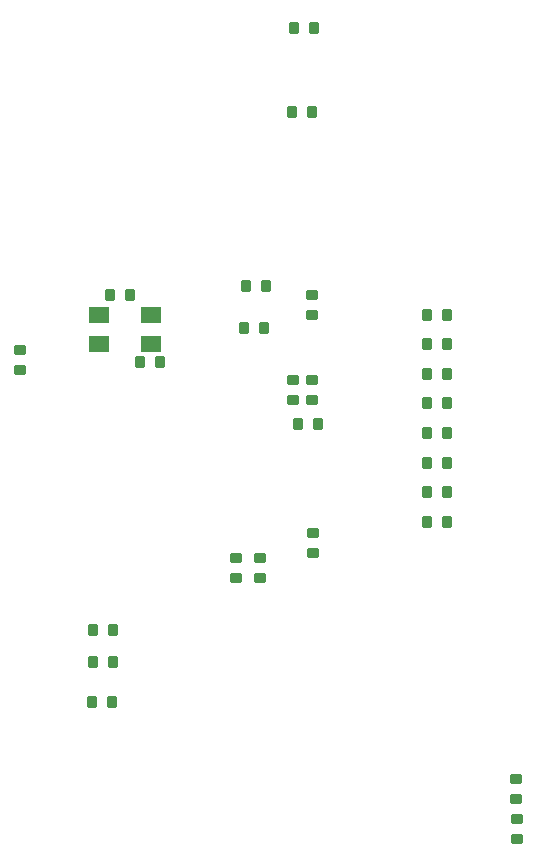
<source format=gbp>
G04 Layer_Color=128*
%FSLAX25Y25*%
%MOIN*%
G70*
G01*
G75*
G04:AMPARAMS|DCode=27|XSize=39.37mil|YSize=35.43mil|CornerRadius=4.43mil|HoleSize=0mil|Usage=FLASHONLY|Rotation=90.000|XOffset=0mil|YOffset=0mil|HoleType=Round|Shape=RoundedRectangle|*
%AMROUNDEDRECTD27*
21,1,0.03937,0.02658,0,0,90.0*
21,1,0.03051,0.03543,0,0,90.0*
1,1,0.00886,0.01329,0.01526*
1,1,0.00886,0.01329,-0.01526*
1,1,0.00886,-0.01329,-0.01526*
1,1,0.00886,-0.01329,0.01526*
%
%ADD27ROUNDEDRECTD27*%
%ADD28R,0.07087X0.05512*%
G04:AMPARAMS|DCode=29|XSize=39.37mil|YSize=35.43mil|CornerRadius=4.43mil|HoleSize=0mil|Usage=FLASHONLY|Rotation=0.000|XOffset=0mil|YOffset=0mil|HoleType=Round|Shape=RoundedRectangle|*
%AMROUNDEDRECTD29*
21,1,0.03937,0.02658,0,0,0.0*
21,1,0.03051,0.03543,0,0,0.0*
1,1,0.00886,0.01526,-0.01329*
1,1,0.00886,-0.01526,-0.01329*
1,1,0.00886,-0.01526,0.01329*
1,1,0.00886,0.01526,0.01329*
%
%ADD29ROUNDEDRECTD29*%
D27*
X338646Y366900D02*
D03*
X331954D02*
D03*
X348846Y344500D02*
D03*
X342154D02*
D03*
X437598Y311024D02*
D03*
X444291D02*
D03*
X437598Y350394D02*
D03*
X444291D02*
D03*
X437598Y360236D02*
D03*
X444291D02*
D03*
X437598Y320866D02*
D03*
X444291D02*
D03*
X437598Y330709D02*
D03*
X444291D02*
D03*
X437598Y340551D02*
D03*
X444291D02*
D03*
X437598Y291339D02*
D03*
X444291D02*
D03*
X437598Y301181D02*
D03*
X444291D02*
D03*
X400000Y456000D02*
D03*
X393307D02*
D03*
X392654Y428000D02*
D03*
X399346D02*
D03*
X377307Y370000D02*
D03*
X384000D02*
D03*
X376654Y356000D02*
D03*
X383346D02*
D03*
X394654Y324000D02*
D03*
X401346D02*
D03*
X333146Y255200D02*
D03*
X326454D02*
D03*
X326054Y231300D02*
D03*
X332746D02*
D03*
X332946Y244400D02*
D03*
X326254D02*
D03*
D28*
X328239Y360124D02*
D03*
X345561D02*
D03*
Y350676D02*
D03*
X328239D02*
D03*
D29*
X302000Y348693D02*
D03*
Y342000D02*
D03*
X382000Y272654D02*
D03*
Y279346D02*
D03*
X374000D02*
D03*
Y272654D02*
D03*
X399800Y287646D02*
D03*
Y280954D02*
D03*
X399400Y338446D02*
D03*
Y331754D02*
D03*
X393000Y338546D02*
D03*
Y331854D02*
D03*
X467600Y192146D02*
D03*
Y185454D02*
D03*
X467400Y205646D02*
D03*
Y198954D02*
D03*
X399213Y366732D02*
D03*
Y360039D02*
D03*
M02*

</source>
